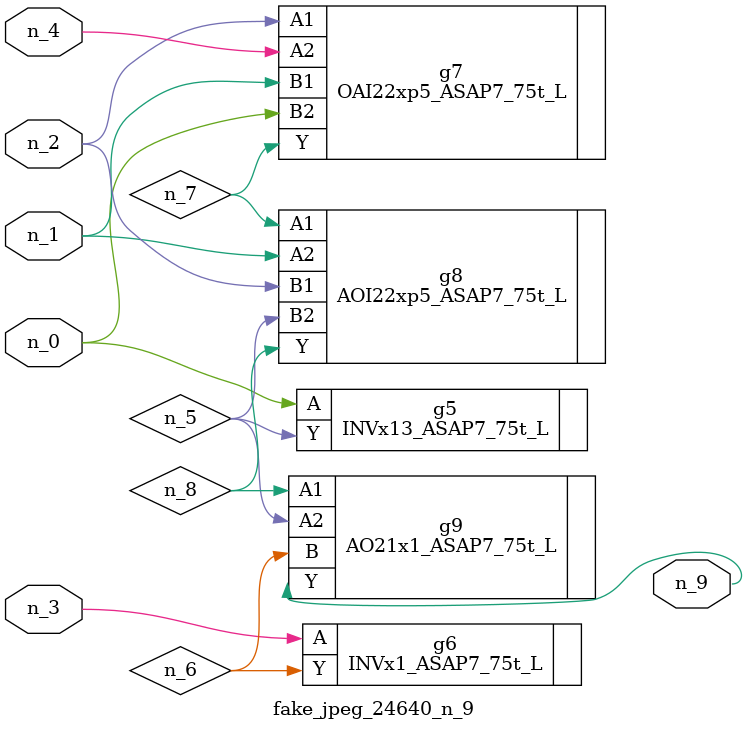
<source format=v>
module fake_jpeg_24640_n_9 (n_3, n_2, n_1, n_0, n_4, n_9);

input n_3;
input n_2;
input n_1;
input n_0;
input n_4;

output n_9;

wire n_8;
wire n_6;
wire n_5;
wire n_7;

INVx13_ASAP7_75t_L g5 ( 
.A(n_0),
.Y(n_5)
);

INVx1_ASAP7_75t_L g6 ( 
.A(n_3),
.Y(n_6)
);

OAI22xp5_ASAP7_75t_L g7 ( 
.A1(n_2),
.A2(n_4),
.B1(n_1),
.B2(n_0),
.Y(n_7)
);

AOI22xp5_ASAP7_75t_L g8 ( 
.A1(n_7),
.A2(n_1),
.B1(n_2),
.B2(n_5),
.Y(n_8)
);

AO21x1_ASAP7_75t_L g9 ( 
.A1(n_8),
.A2(n_5),
.B(n_6),
.Y(n_9)
);


endmodule
</source>
